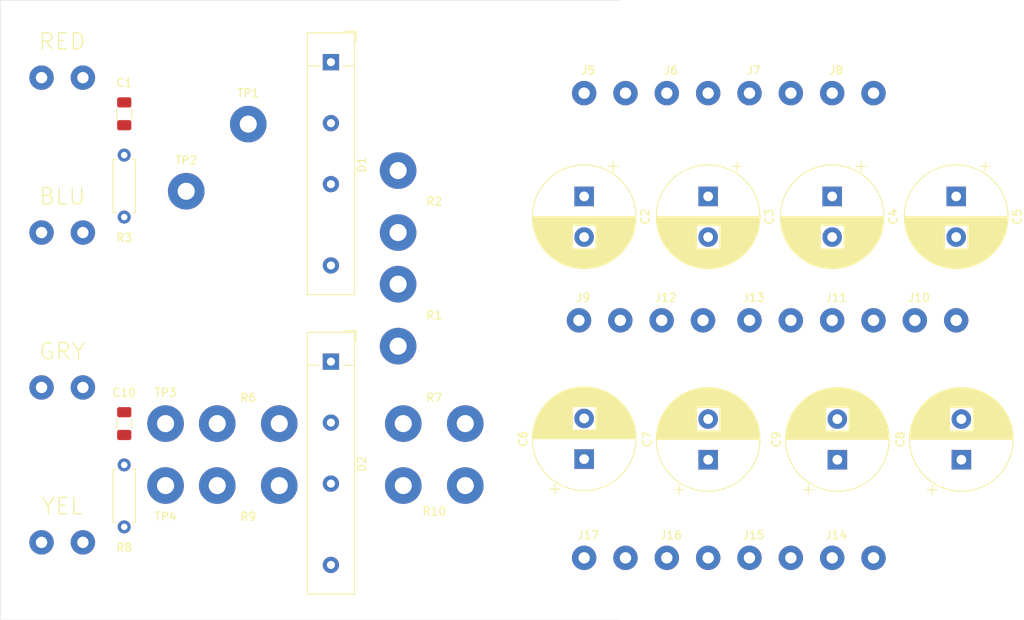
<source format=kicad_pcb>
(kicad_pcb (version 20171130) (host pcbnew "(5.1.2-1)-1")
  (layers (0 F.Cu signal) (31 B.Cu signal) (34 B.Paste user) (35 F.Paste user) (36 B.SilkS user) (37 F.SilkS user) (38 B.Mask user) (39 F.Mask user) (44 Edge.Cuts user))
  (net 0 "")
  (net 1 "Net-(C1-Pad2)")
  (net 2 "Net-(C1-Pad1)")
  (net 3 GNDPWR)
  (net 4 VCC)
  (net 5 VEE)
  (net 6 "Net-(C10-Pad2)")
  (net 7 "Net-(C10-Pad1)")
  (net 8 "Net-(D1-Pad3)")
  (net 9 "Net-(D1-Pad4)")
  (net 10 "Net-(D2-Pad1)")
  (net 11 "Net-(D2-Pad2)")
  (net 12 "Net-(D2-Pad3)")
  (net 13 "Net-(D2-Pad4)")
  (net 14 "Net-(J4-Pad1)")
  (module power_supply:12_Gauge_Jumper_one_pad (layer F.Cu) (at 45.72 85.09)
    (fp_text reference TP4 (at 0 3.81) (layer F.SilkS))
    (fp_text value TestPoint)
    (pad 1 thru_hole circle (at 0 0) (size 4.5 4.5) (drill 2.1) (layers *.Cu *.Mask) (net 14 "Net-(J4-Pad1)"))
  )
  (module power_supply:12_Gauge_Jumper_one_pad (layer F.Cu) (at 45.72 77.47)
    (fp_text reference TP3 (at 0 -3.81) (layer F.SilkS))
    (fp_text value TestPoint)
    (pad 1 thru_hole circle (at 0 0) (size 4.5 4.5) (drill 2.1) (layers *.Cu *.Mask) (net 7 "Net-(C10-Pad1)"))
  )
  (module power_supply:12_Gauge_Jumper_one_pad (layer F.Cu) (at 48.26 48.895)
    (fp_text reference TP2 (at 0 -3.81) (layer F.SilkS))
    (fp_text value TestPoint)
    (pad 1 thru_hole circle (at 0 0) (size 4.5 4.5) (drill 2.1) (layers *.Cu *.Mask) (net 8 "Net-(D1-Pad3)"))
  )
  (module power_supply:12_Gauge_Jumper_one_pad (layer F.Cu) (at 55.88 40.64)
    (fp_text reference TP1 (at 0 -3.81) (layer F.SilkS))
    (fp_text value TestPoint)
    (pad 1 thru_hole circle (at 0 0) (size 4.5 4.5) (drill 2.1) (layers *.Cu *.Mask) (net 2 "Net-(C1-Pad1)"))
  )
  (module power_supply:12_Gauge_Jumper (layer F.Cu) (at 74.93 85.09)
    (fp_text reference R10 (at 3.81 3.175) (layer F.SilkS))
    (fp_text value 0)
    (pad 2 thru_hole circle (at 7.62 0) (size 4.5 4.5) (drill 2.1) (layers *.Cu *.Mask) (net 3 GNDPWR))
    (pad 1 thru_hole circle (at 0 0) (size 4.5 4.5) (drill 2.1) (layers *.Cu *.Mask) (net 12 "Net-(D2-Pad3)"))
  )
  (module power_supply:12_Gauge_Jumper (layer F.Cu) (at 52.07 85.09)
    (fp_text reference R9 (at 3.81 3.81) (layer F.SilkS))
    (fp_text value 0)
    (pad 2 thru_hole circle (at 7.62 0) (size 4.5 4.5) (drill 2.1) (layers *.Cu *.Mask) (net 12 "Net-(D2-Pad3)"))
    (pad 1 thru_hole circle (at 0 0) (size 4.5 4.5) (drill 2.1) (layers *.Cu *.Mask) (net 14 "Net-(J4-Pad1)"))
  )
  (module Resistor_THT:R_Axial_DIN0207_L6.3mm_D2.5mm_P7.62mm_Horizontal (layer F.Cu) (at 40.64 82.55 270)
    (fp_text reference R8 (at 10.16 0) (layer F.SilkS))
    (fp_text value 10)
    (pad 2 thru_hole oval (at 7.62 0 270) (size 1.6 1.6) (drill 0.8) (layers *.Cu *.Mask) (net 14 "Net-(J4-Pad1)"))
    (pad 1 thru_hole circle (at 0 0 270) (size 1.6 1.6) (drill 0.8) (layers *.Cu *.Mask) (net 6 "Net-(C10-Pad2)"))
  )
  (module power_supply:12_Gauge_Jumper (layer F.Cu) (at 74.93 77.47)
    (fp_text reference R7 (at 3.81 -3.175) (layer F.SilkS))
    (fp_text value 0)
    (pad 2 thru_hole circle (at 7.62 0) (size 4.5 4.5) (drill 2.1) (layers *.Cu *.Mask) (net 4 VCC))
    (pad 1 thru_hole circle (at 0 0) (size 4.5 4.5) (drill 2.1) (layers *.Cu *.Mask) (net 11 "Net-(D2-Pad2)"))
  )
  (module power_supply:12_Gauge_Jumper (layer F.Cu) (at 52.07 77.47)
    (fp_text reference R6 (at 3.81 -3.175) (layer F.SilkS))
    (fp_text value 0)
    (pad 2 thru_hole circle (at 7.62 0) (size 4.5 4.5) (drill 2.1) (layers *.Cu *.Mask) (net 11 "Net-(D2-Pad2)"))
    (pad 1 thru_hole circle (at 0 0) (size 4.5 4.5) (drill 2.1) (layers *.Cu *.Mask) (net 7 "Net-(C10-Pad1)"))
  )
  (module Resistor_THT:R_Axial_DIN0207_L6.3mm_D2.5mm_P7.62mm_Horizontal (layer F.Cu) (at 40.64 44.45 270)
    (fp_text reference R3 (at 10.16 0 180) (layer F.SilkS))
    (fp_text value 10)
    (pad 2 thru_hole oval (at 7.62 0 270) (size 1.6 1.6) (drill 0.8) (layers *.Cu *.Mask) (net 8 "Net-(D1-Pad3)"))
    (pad 1 thru_hole circle (at 0 0 270) (size 1.6 1.6) (drill 0.8) (layers *.Cu *.Mask) (net 1 "Net-(C1-Pad2)"))
  )
  (module power_supply:12_Gauge_Jumper (layer F.Cu) (at 74.295 53.975 90)
    (fp_text reference R2 (at 3.81 4.445 180) (layer F.SilkS))
    (fp_text value 0)
    (pad 2 thru_hole circle (at 7.62 0 90) (size 4.5 4.5) (drill 2.1) (layers *.Cu *.Mask) (net 3 GNDPWR))
    (pad 1 thru_hole circle (at 0 0 90) (size 4.5 4.5) (drill 2.1) (layers *.Cu *.Mask) (net 9 "Net-(D1-Pad4)"))
  )
  (module power_supply:12_Gauge_Jumper (layer F.Cu) (at 74.295 60.325 270)
    (fp_text reference R1 (at 3.81 -4.445 180) (layer F.SilkS))
    (fp_text value 0)
    (pad 2 thru_hole circle (at 7.62 0 270) (size 4.5 4.5) (drill 2.1) (layers *.Cu *.Mask) (net 4 VCC))
    (pad 1 thru_hole circle (at 0 0 270) (size 4.5 4.5) (drill 2.1) (layers *.Cu *.Mask) (net 9 "Net-(D1-Pad4)"))
  )
  (module Connector_QC_Blade_User:TE_QC_250_Male_Blade_P5.08 (layer F.Cu) (at 97.155 93.98)
    (fp_text reference J17 (at 0.508 -2.794) (layer F.SilkS))
    (fp_text value Screw_Terminal_01x02)
    (pad 1 thru_hole circle (at 0 0) (size 3 3) (drill 1.4) (layers *.Cu *.Mask) (net 5 VEE))
    (pad 2 thru_hole circle (at 5.08 0) (size 3 3) (drill 1.4) (layers *.Cu *.Mask) (net 5 VEE))
  )
  (module Connector_QC_Blade_User:TE_QC_250_Male_Blade_P5.08 (layer F.Cu) (at 107.315 93.98)
    (fp_text reference J16 (at 0.508 -2.794) (layer F.SilkS))
    (fp_text value Screw_Terminal_01x02)
    (pad 1 thru_hole circle (at 0 0) (size 3 3) (drill 1.4) (layers *.Cu *.Mask) (net 5 VEE))
    (pad 2 thru_hole circle (at 5.08 0) (size 3 3) (drill 1.4) (layers *.Cu *.Mask) (net 5 VEE))
  )
  (module Connector_QC_Blade_User:TE_QC_250_Male_Blade_P5.08 (layer F.Cu) (at 117.475 93.98)
    (fp_text reference J15 (at 0.508 -2.794) (layer F.SilkS))
    (fp_text value Screw_Terminal_01x02)
    (pad 1 thru_hole circle (at 0 0) (size 3 3) (drill 1.4) (layers *.Cu *.Mask) (net 5 VEE))
    (pad 2 thru_hole circle (at 5.08 0) (size 3 3) (drill 1.4) (layers *.Cu *.Mask) (net 5 VEE))
  )
  (module Connector_QC_Blade_User:TE_QC_250_Male_Blade_P5.08 (layer F.Cu) (at 127.635 93.98)
    (fp_text reference J14 (at 0.508 -2.794) (layer F.SilkS))
    (fp_text value Screw_Terminal_01x02)
    (pad 1 thru_hole circle (at 0 0) (size 3 3) (drill 1.4) (layers *.Cu *.Mask) (net 5 VEE))
    (pad 2 thru_hole circle (at 5.08 0) (size 3 3) (drill 1.4) (layers *.Cu *.Mask) (net 5 VEE))
  )
  (module Connector_QC_Blade_User:TE_QC_250_Male_Blade_P5.08 (layer F.Cu) (at 117.475 64.77)
    (fp_text reference J13 (at 0.508 -2.794) (layer F.SilkS))
    (fp_text value Screw_Terminal_01x02)
    (pad 1 thru_hole circle (at 0 0) (size 3 3) (drill 1.4) (layers *.Cu *.Mask) (net 3 GNDPWR))
    (pad 2 thru_hole circle (at 5.08 0) (size 3 3) (drill 1.4) (layers *.Cu *.Mask) (net 3 GNDPWR))
  )
  (module Connector_QC_Blade_User:TE_QC_250_Male_Blade_P5.08 (layer F.Cu) (at 106.68 64.77)
    (fp_text reference J12 (at 0.508 -2.794) (layer F.SilkS))
    (fp_text value Screw_Terminal_01x02)
    (pad 1 thru_hole circle (at 0 0) (size 3 3) (drill 1.4) (layers *.Cu *.Mask) (net 3 GNDPWR))
    (pad 2 thru_hole circle (at 5.08 0) (size 3 3) (drill 1.4) (layers *.Cu *.Mask) (net 3 GNDPWR))
  )
  (module Connector_QC_Blade_User:TE_QC_250_Male_Blade_P5.08 (layer F.Cu) (at 127.635 64.77)
    (fp_text reference J11 (at 0.508 -2.794) (layer F.SilkS))
    (fp_text value Screw_Terminal_01x02)
    (pad 1 thru_hole circle (at 0 0) (size 3 3) (drill 1.4) (layers *.Cu *.Mask) (net 3 GNDPWR))
    (pad 2 thru_hole circle (at 5.08 0) (size 3 3) (drill 1.4) (layers *.Cu *.Mask) (net 3 GNDPWR))
  )
  (module Connector_QC_Blade_User:TE_QC_250_Male_Blade_P5.08 (layer F.Cu) (at 137.795 64.77)
    (fp_text reference J10 (at 0.508 -2.794) (layer F.SilkS))
    (fp_text value Screw_Terminal_01x02)
    (pad 1 thru_hole circle (at 0 0) (size 3 3) (drill 1.4) (layers *.Cu *.Mask) (net 3 GNDPWR))
    (pad 2 thru_hole circle (at 5.08 0) (size 3 3) (drill 1.4) (layers *.Cu *.Mask) (net 3 GNDPWR))
  )
  (module Connector_QC_Blade_User:TE_QC_250_Male_Blade_P5.08 (layer F.Cu) (at 96.52 64.77)
    (fp_text reference J9 (at 0.508 -2.794) (layer F.SilkS))
    (fp_text value Screw_Terminal_01x02)
    (pad 1 thru_hole circle (at 0 0) (size 3 3) (drill 1.4) (layers *.Cu *.Mask) (net 3 GNDPWR))
    (pad 2 thru_hole circle (at 5.08 0) (size 3 3) (drill 1.4) (layers *.Cu *.Mask) (net 3 GNDPWR))
  )
  (module Connector_QC_Blade_User:TE_QC_250_Male_Blade_P5.08 (layer F.Cu) (at 127.635 36.83)
    (fp_text reference J8 (at 0.508 -2.794) (layer F.SilkS))
    (fp_text value Screw_Terminal_01x02)
    (pad 1 thru_hole circle (at 0 0) (size 3 3) (drill 1.4) (layers *.Cu *.Mask) (net 4 VCC))
    (pad 2 thru_hole circle (at 5.08 0) (size 3 3) (drill 1.4) (layers *.Cu *.Mask) (net 4 VCC))
  )
  (module Connector_QC_Blade_User:TE_QC_250_Male_Blade_P5.08 (layer F.Cu) (at 117.475 36.83)
    (fp_text reference J7 (at 0.508 -2.794) (layer F.SilkS))
    (fp_text value Screw_Terminal_01x02)
    (pad 1 thru_hole circle (at 0 0) (size 3 3) (drill 1.4) (layers *.Cu *.Mask) (net 4 VCC))
    (pad 2 thru_hole circle (at 5.08 0) (size 3 3) (drill 1.4) (layers *.Cu *.Mask) (net 4 VCC))
  )
  (module Connector_QC_Blade_User:TE_QC_250_Male_Blade_P5.08 (layer F.Cu) (at 107.315 36.83)
    (fp_text reference J6 (at 0.508 -2.794) (layer F.SilkS))
    (fp_text value Screw_Terminal_01x02)
    (pad 1 thru_hole circle (at 0 0) (size 3 3) (drill 1.4) (layers *.Cu *.Mask) (net 4 VCC))
    (pad 2 thru_hole circle (at 5.08 0) (size 3 3) (drill 1.4) (layers *.Cu *.Mask) (net 4 VCC))
  )
  (module Connector_QC_Blade_User:TE_QC_250_Male_Blade_P5.08 (layer F.Cu) (at 97.155 36.83)
    (fp_text reference J5 (at 0.508 -2.794) (layer F.SilkS))
    (fp_text value Screw_Terminal_01x02)
    (pad 1 thru_hole circle (at 0 0) (size 3 3) (drill 1.4) (layers *.Cu *.Mask) (net 4 VCC))
    (pad 2 thru_hole circle (at 5.08 0) (size 3 3) (drill 1.4) (layers *.Cu *.Mask) (net 4 VCC))
  )
  (module Connector_QC_Blade_User:TE_QC_250_Male_Blade_P5.08 (layer F.Cu) (at 30.48 92.075)
    (fp_text reference J4 hide)
    (fp_text value Screw_Terminal_01x02)
    (pad 1 thru_hole circle (at 0 0) (size 3 3) (drill 1.4) (layers *.Cu *.Mask) (net 14 "Net-(J4-Pad1)"))
    (pad 2 thru_hole circle (at 5.08 0) (size 3 3) (drill 1.4) (layers *.Cu *.Mask) (net 14 "Net-(J4-Pad1)"))
  )
  (module Connector_QC_Blade_User:TE_QC_250_Male_Blade_P5.08 (layer F.Cu) (at 30.48 73.025)
    (fp_text reference J3 hide)
    (fp_text value Screw_Terminal_01x02)
    (pad 1 thru_hole circle (at 0 0) (size 3 3) (drill 1.4) (layers *.Cu *.Mask) (net 7 "Net-(C10-Pad1)"))
    (pad 2 thru_hole circle (at 5.08 0) (size 3 3) (drill 1.4) (layers *.Cu *.Mask) (net 7 "Net-(C10-Pad1)"))
  )
  (module Connector_QC_Blade_User:TE_QC_250_Male_Blade_P5.08 (layer F.Cu) (at 30.48 53.975)
    (fp_text reference J2 hide)
    (fp_text value Screw_Terminal_01x02)
    (pad 1 thru_hole circle (at 0 0) (size 3 3) (drill 1.4) (layers *.Cu *.Mask) (net 8 "Net-(D1-Pad3)"))
    (pad 2 thru_hole circle (at 5.08 0) (size 3 3) (drill 1.4) (layers *.Cu *.Mask) (net 8 "Net-(D1-Pad3)"))
  )
  (module Connector_QC_Blade_User:TE_QC_250_Male_Blade_P5.08 (layer F.Cu) (at 30.48 34.925)
    (fp_text reference J1 hide)
    (fp_text value Screw_Terminal_01x02)
    (pad 1 thru_hole circle (at 0 0) (size 3 3) (drill 1.4) (layers *.Cu *.Mask) (net 2 "Net-(C1-Pad1)"))
    (pad 2 thru_hole circle (at 5.08 0) (size 3 3) (drill 1.4) (layers *.Cu *.Mask) (net 2 "Net-(C1-Pad1)"))
  )
  (module Diode_THT:Diode_Bridge_32.0x5.6x17.0mm_P10.0mm_P7.5mm (layer F.Cu) (at 66.04 69.85 270)
    (fp_text reference D2 (at 12.6 -3.8 270) (layer F.SilkS))
    (fp_text value D_Bridge_-AA+)
    (pad 1 thru_hole rect (at 0 0 270) (size 2 2) (drill 1) (layers *.Cu *.Mask) (net 10 "Net-(D2-Pad1)"))
    (pad 2 thru_hole circle (at 7.5 0 270) (size 2 2) (drill 1) (layers *.Cu *.Mask) (net 11 "Net-(D2-Pad2)"))
    (pad 3 thru_hole circle (at 15 0 270) (size 2 2) (drill 1) (layers *.Cu *.Mask) (net 12 "Net-(D2-Pad3)"))
    (pad 4 thru_hole circle (at 25 0 270) (size 2 2) (drill 1) (layers *.Cu *.Mask) (net 13 "Net-(D2-Pad4)"))
  )
  (module Diode_THT:Diode_Bridge_32.0x5.6x17.0mm_P10.0mm_P7.5mm (layer F.Cu) (at 66.04 33.02 270)
    (fp_text reference D1 (at 12.6 -3.8 270) (layer F.SilkS))
    (fp_text value D_Bridge_-AA+)
    (pad 1 thru_hole rect (at 0 0 270) (size 2 2) (drill 1) (layers *.Cu *.Mask) (net 5 VEE))
    (pad 2 thru_hole circle (at 7.5 0 270) (size 2 2) (drill 1) (layers *.Cu *.Mask) (net 2 "Net-(C1-Pad1)"))
    (pad 3 thru_hole circle (at 15 0 270) (size 2 2) (drill 1) (layers *.Cu *.Mask) (net 8 "Net-(D1-Pad3)"))
    (pad 4 thru_hole circle (at 25 0 270) (size 2 2) (drill 1) (layers *.Cu *.Mask) (net 9 "Net-(D1-Pad4)"))
  )
  (module Capacitor_SMD:C_1206_3216Metric (layer F.Cu) (at 40.64 77.47 270)
    (fp_text reference C10 (at -3.81 0) (layer F.SilkS))
    (fp_text value 100nF)
    (pad 2 smd roundrect (at 1.4 0 270) (size 1.25 1.75) (layers F.Cu F.Paste F.Mask) (roundrect_rratio 0.2) (net 6 "Net-(C10-Pad2)"))
    (pad 1 smd roundrect (at -1.4 0 270) (size 1.25 1.75) (layers F.Cu F.Paste F.Mask) (roundrect_rratio 0.2) (net 7 "Net-(C10-Pad1)"))
  )
  (module Capacitor_THT:CP_Radial_D12.5mm_P5.00mm (layer F.Cu) (at 128.27 81.915 90)
    (fp_text reference C9 (at 2.5 -7.5 90) (layer F.SilkS))
    (fp_text value 1000uF)
    (pad 2 thru_hole circle (at 5 0 90) (size 2.4 2.4) (drill 1.2) (layers *.Cu *.Mask) (net 5 VEE))
    (pad 1 thru_hole rect (at 0 0 90) (size 2.4 2.4) (drill 1.2) (layers *.Cu *.Mask) (net 3 GNDPWR))
  )
  (module Capacitor_THT:CP_Radial_D12.5mm_P5.00mm (layer F.Cu) (at 143.51 81.915 90)
    (fp_text reference C8 (at 2.5 -7.5 90) (layer F.SilkS))
    (fp_text value 1000uF)
    (pad 2 thru_hole circle (at 5 0 90) (size 2.4 2.4) (drill 1.2) (layers *.Cu *.Mask) (net 5 VEE))
    (pad 1 thru_hole rect (at 0 0 90) (size 2.4 2.4) (drill 1.2) (layers *.Cu *.Mask) (net 3 GNDPWR))
  )
  (module Capacitor_THT:CP_Radial_D12.5mm_P5.00mm (layer F.Cu) (at 112.395 81.915 90)
    (fp_text reference C7 (at 2.5 -7.5 90) (layer F.SilkS))
    (fp_text value 1000uF)
    (pad 2 thru_hole circle (at 5 0 90) (size 2.4 2.4) (drill 1.2) (layers *.Cu *.Mask) (net 5 VEE))
    (pad 1 thru_hole rect (at 0 0 90) (size 2.4 2.4) (drill 1.2) (layers *.Cu *.Mask) (net 3 GNDPWR))
  )
  (module Capacitor_THT:CP_Radial_D12.5mm_P5.00mm (layer F.Cu) (at 97.155 81.835 90)
    (fp_text reference C6 (at 2.5 -7.5 90) (layer F.SilkS))
    (fp_text value 1000uF)
    (pad 2 thru_hole circle (at 5 0 90) (size 2.4 2.4) (drill 1.2) (layers *.Cu *.Mask) (net 5 VEE))
    (pad 1 thru_hole rect (at 0 0 90) (size 2.4 2.4) (drill 1.2) (layers *.Cu *.Mask) (net 3 GNDPWR))
  )
  (module Capacitor_THT:CP_Radial_D12.5mm_P5.00mm (layer F.Cu) (at 142.875 49.53 270)
    (fp_text reference C5 (at 2.5 -7.5 90) (layer F.SilkS))
    (fp_text value 1000uF)
    (pad 2 thru_hole circle (at 5 0 270) (size 2.4 2.4) (drill 1.2) (layers *.Cu *.Mask) (net 3 GNDPWR))
    (pad 1 thru_hole rect (at 0 0 270) (size 2.4 2.4) (drill 1.2) (layers *.Cu *.Mask) (net 4 VCC))
  )
  (module Capacitor_THT:CP_Radial_D12.5mm_P5.00mm (layer F.Cu) (at 127.635 49.53 270)
    (fp_text reference C4 (at 2.5 -7.5 90) (layer F.SilkS))
    (fp_text value 1000uF)
    (pad 2 thru_hole circle (at 5 0 270) (size 2.4 2.4) (drill 1.2) (layers *.Cu *.Mask) (net 3 GNDPWR))
    (pad 1 thru_hole rect (at 0 0 270) (size 2.4 2.4) (drill 1.2) (layers *.Cu *.Mask) (net 4 VCC))
  )
  (module Capacitor_THT:CP_Radial_D12.5mm_P5.00mm (layer F.Cu) (at 112.395 49.53 270)
    (fp_text reference C3 (at 2.5 -7.5 90) (layer F.SilkS))
    (fp_text value 1000uF)
    (pad 2 thru_hole circle (at 5 0 270) (size 2.4 2.4) (drill 1.2) (layers *.Cu *.Mask) (net 3 GNDPWR))
    (pad 1 thru_hole rect (at 0 0 270) (size 2.4 2.4) (drill 1.2) (layers *.Cu *.Mask) (net 4 VCC))
  )
  (module Capacitor_THT:CP_Radial_D12.5mm_P5.00mm (layer F.Cu) (at 97.155 49.53 270)
    (fp_text reference C2 (at 2.5 -7.5 90) (layer F.SilkS))
    (fp_text value 1000uF)
    (pad 2 thru_hole circle (at 5 0 270) (size 2.4 2.4) (drill 1.2) (layers *.Cu *.Mask) (net 3 GNDPWR))
    (pad 1 thru_hole rect (at 0 0 270) (size 2.4 2.4) (drill 1.2) (layers *.Cu *.Mask) (net 4 VCC))
  )
  (module Capacitor_SMD:C_1206_3216Metric (layer F.Cu) (at 40.64 39.37 270)
    (fp_text reference C1 (at -3.81 0 180) (layer F.SilkS))
    (fp_text value 100nF)
    (pad 2 smd roundrect (at 1.4 0 270) (size 1.25 1.75) (layers F.Cu F.Paste F.Mask) (roundrect_rratio 0.2) (net 1 "Net-(C1-Pad2)"))
    (pad 1 smd roundrect (at -1.4 0 270) (size 1.25 1.75) (layers F.Cu F.Paste F.Mask) (roundrect_rratio 0.2) (net 2 "Net-(C1-Pad1)"))
  )
  (gr_text RED (at 33.02 30.48) (layer F.SilkS) (effects (font (size 2 2))))
  (gr_text "BLU\n" (at 33.02 49.53) (layer F.SilkS) (effects (font (size 2 2))))
  (gr_text "GRY\n" (at 33.02 68.58) (layer F.SilkS) (effects (font (size 2 2))))
  (gr_text "YEL\n" (at 33.02 87.63) (layer F.SilkS) (effects (font (size 2 2))))
  (gr_line (start 25.4 101.6) (end 101.6 101.6) (layer Edge.Cuts) (width 0.05))
  (gr_line (start 25.4 25.4) (end 25.4 101.6) (layer Edge.Cuts) (width 0.05))
  (gr_line (start 25.4 25.4) (end 101.6 25.4) (layer Edge.Cuts) (width 0.05))
)
</source>
